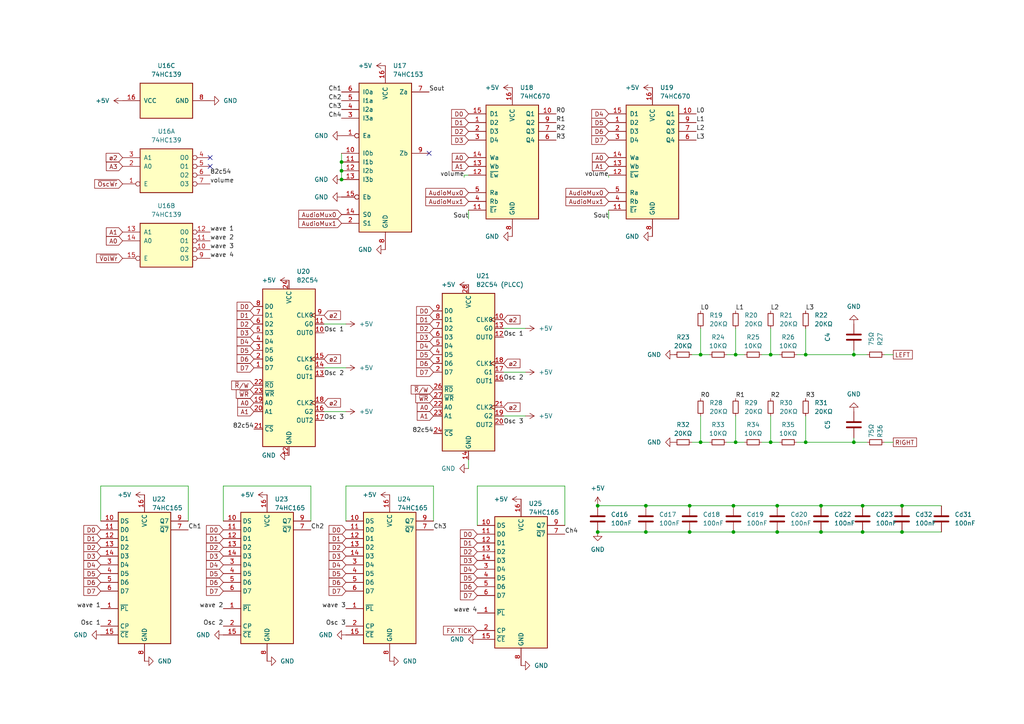
<source format=kicad_sch>
(kicad_sch (version 20231120) (generator "eeschema") (generator_version "8.0")
  (paper "A4")
  (title_block (title "Audio"))
  (lib_symbols
    (symbol "74xx:74HC165"
      (property "Reference" "U" (at -7.62 19.05 0))
      (property "Value" "74HC165" (at -7.62 -21.59 0))
      (symbol "74HC165_1_0"
        (pin input line (at -12.7 -10.16 0) (length 5.08) (name "~{PL}") (number "1"))
        (pin input line (at -12.7 15.24 0) (length 5.08) (name "DS") (number "10"))
        (pin input line (at -12.7 12.7 0) (length 5.08) (name "D0") (number "11"))
        (pin input line (at -12.7 10.16 0) (length 5.08) (name "D1") (number "12"))
        (pin input line (at -12.7 7.62 0) (length 5.08) (name "D2") (number "13"))
        (pin input line (at -12.7 5.08 0) (length 5.08) (name "D3") (number "14"))
        (pin input line (at -12.7 -17.78 0) (length 5.08) (name "~{CE}") (number "15"))
        (pin power_in line (at 0 22.86 270) (length 5.08) (name "VCC") (number "16"))
        (pin input line (at -12.7 -15.24 0) (length 5.08) (name "CP") (number "2"))
        (pin input line (at -12.7 2.54 0) (length 5.08) (name "D4") (number "3"))
        (pin input line (at -12.7 0 0) (length 5.08) (name "D5") (number "4"))
        (pin input line (at -12.7 -2.54 0) (length 5.08) (name "D6") (number "5"))
        (pin input line (at -12.7 -5.08 0) (length 5.08) (name "D7") (number "6"))
        (pin output line (at 12.7 12.7 180) (length 5.08) (name "~{Q7}") (number "7"))
        (pin power_in line (at 0 -25.4 90) (length 5.08) (name "GND") (number "8"))
        (pin output line (at 12.7 15.24 180) (length 5.08) (name "Q7") (number "9"))
      )
      (symbol "74HC165_1_1"
        (rectangle (start -7.62 17.78) (end 7.62 -20.32) (stroke (width 0.254)) (fill (type background)))
      )
    )
    (symbol "74xx:74LS139" (pin_names (offset 1.016))
      (property "Reference" "U" (at -7.62 8.89 0))
      (property "Value" "74LS139" (at -7.62 -8.89 0))
      (symbol "74LS139_1_0"
        (pin input inverted (at -12.7 -5.08 0) (length 5.08) (name "E") (number "1"))
        (pin input line (at -12.7 0 0) (length 5.08) (name "A0") (number "2"))
        (pin input line (at -12.7 2.54 0) (length 5.08) (name "A1") (number "3"))
        (pin output inverted (at 12.7 2.54 180) (length 5.08) (name "O0") (number "4"))
        (pin output inverted (at 12.7 0 180) (length 5.08) (name "O1") (number "5"))
        (pin output inverted (at 12.7 -2.54 180) (length 5.08) (name "O2") (number "6"))
        (pin output inverted (at 12.7 -5.08 180) (length 5.08) (name "O3") (number "7"))
      )
      (symbol "74LS139_1_1"
        (rectangle (start -7.62 5.08) (end 7.62 -7.62) (stroke (width 0.254)) (fill (type background)))
      )
      (symbol "74LS139_2_0"
        (pin output inverted (at 12.7 -2.54 180) (length 5.08) (name "O2") (number "10"))
        (pin output inverted (at 12.7 0 180) (length 5.08) (name "O1") (number "11"))
        (pin output inverted (at 12.7 2.54 180) (length 5.08) (name "O0") (number "12"))
        (pin input line (at -12.7 2.54 0) (length 5.08) (name "A1") (number "13"))
        (pin input line (at -12.7 0 0) (length 5.08) (name "A0") (number "14"))
        (pin input inverted (at -12.7 -5.08 0) (length 5.08) (name "E") (number "15"))
        (pin output inverted (at 12.7 -5.08 180) (length 5.08) (name "O3") (number "9"))
      )
      (symbol "74LS139_2_1"
        (rectangle (start -7.62 5.08) (end 7.62 -7.62) (stroke (width 0.254)) (fill (type background)))
      )
      (symbol "74LS139_3_0"
        (pin power_in line (at 0 12.7 270) (length 5.08) (name "VCC") (number "16"))
        (pin power_in line (at 0 -12.7 90) (length 5.08) (name "GND") (number "8"))
      )
      (symbol "74LS139_3_1"
        (rectangle (start -5.08 7.62) (end 5.08 -7.62) (stroke (width 0.254)) (fill (type background)))
      )
    )
    (symbol "74xx:74LS153" (pin_names (offset 1.016))
      (property "Reference" "U" (at -7.62 21.59 0))
      (property "Value" "74LS153" (at -7.62 -24.13 0))
      (symbol "74LS153_1_0"
        (pin input inverted (at -12.7 5.08 0) (length 5.08) (name "Ea") (number "1"))
        (pin input line (at -12.7 0 0) (length 5.08) (name "I0b") (number "10"))
        (pin input line (at -12.7 -2.54 0) (length 5.08) (name "I1b") (number "11"))
        (pin input line (at -12.7 -5.08 0) (length 5.08) (name "I2b") (number "12"))
        (pin input line (at -12.7 -7.62 0) (length 5.08) (name "I3b") (number "13"))
        (pin input line (at -12.7 -17.78 0) (length 5.08) (name "S0") (number "14"))
        (pin input inverted (at -12.7 -12.7 0) (length 5.08) (name "Eb") (number "15"))
        (pin power_in line (at 0 25.4 270) (length 5.08) (name "VCC") (number "16"))
        (pin input line (at -12.7 -20.32 0) (length 5.08) (name "S1") (number "2"))
        (pin input line (at -12.7 10.16 0) (length 5.08) (name "I3a") (number "3"))
        (pin input line (at -12.7 12.7 0) (length 5.08) (name "I2a") (number "4"))
        (pin input line (at -12.7 15.24 0) (length 5.08) (name "I1a") (number "5"))
        (pin input line (at -12.7 17.78 0) (length 5.08) (name "I0a") (number "6"))
        (pin output line (at 12.7 17.78 180) (length 5.08) (name "Za") (number "7"))
        (pin power_in line (at 0 -27.94 90) (length 5.08) (name "GND") (number "8"))
        (pin output line (at 12.7 0 180) (length 5.08) (name "Zb") (number "9"))
      )
      (symbol "74LS153_1_1"
        (rectangle (start -7.62 20.32) (end 7.62 -22.86) (stroke (width 0.254)) (fill (type background)))
      )
    )
    (symbol "74xx:74LS670" (pin_names (offset 1.016))
      (property "Reference" "U" (at -7.62 16.51 0))
      (property "Value" "74LS670" (at -7.62 -19.05 0))
      (symbol "74LS670_1_0"
        (pin input line (at -12.7 10.16 0) (length 5.08) (name "D2") (number "1"))
        (pin tri_state line (at 12.7 12.7 180) (length 5.08) (name "Q1") (number "10"))
        (pin input line (at -12.7 -15.24 0) (length 5.08) (name "~{Er}") (number "11"))
        (pin input line (at -12.7 -5.08 0) (length 5.08) (name "~{Ew}") (number "12"))
        (pin input line (at -12.7 -2.54 0) (length 5.08) (name "Wb") (number "13"))
        (pin input line (at -12.7 0 0) (length 5.08) (name "Wa") (number "14"))
        (pin input line (at -12.7 12.7 0) (length 5.08) (name "D1") (number "15"))
        (pin power_in line (at 0 20.32 270) (length 5.08) (name "VCC") (number "16"))
        (pin input line (at -12.7 7.62 0) (length 5.08) (name "D3") (number "2"))
        (pin input line (at -12.7 5.08 0) (length 5.08) (name "D4") (number "3"))
        (pin input line (at -12.7 -12.7 0) (length 5.08) (name "Rb") (number "4"))
        (pin input line (at -12.7 -10.16 0) (length 5.08) (name "Ra") (number "5"))
        (pin tri_state line (at 12.7 5.08 180) (length 5.08) (name "Q4") (number "6"))
        (pin tri_state line (at 12.7 7.62 180) (length 5.08) (name "Q3") (number "7"))
        (pin power_in line (at 0 -22.86 90) (length 5.08) (name "GND") (number "8"))
        (pin tri_state line (at 12.7 10.16 180) (length 5.08) (name "Q2") (number "9"))
      )
      (symbol "74LS670_1_1"
        (rectangle (start -7.62 15.24) (end 7.62 -17.78) (stroke (width 0.254)) (fill (type background)))
      )
    )
    (symbol "Device:C" (pin_numbers hide) (pin_names (offset 0.254))
      (property "Reference" "C" (at 0.635 2.54 0))
      (property "Value" "C" (at 0.635 -2.54 0))
      (symbol "C_0_1"
        (polyline (pts (xy -2.032 -0.762) (xy 2.032 -0.762)) (stroke (width 0.508)))
        (polyline (pts (xy -2.032 0.762) (xy 2.032 0.762)) (stroke (width 0.508)))
      )
      (symbol "C_1_1"
        (pin passive line (at 0 3.81 270) (length 2.794) (name "~") (number "1"))
        (pin passive line (at 0 -3.81 90) (length 2.794) (name "~") (number "2"))
      )
    )
    (symbol "Device:R_Small" (pin_numbers hide) (pin_names (offset 0.254) hide)
      (property "Reference" "R" (at 0.762 0.508 0))
      (property "Value" "R_Small" (at 0.762 -1.016 0))
      (symbol "R_Small_0_1"
        (rectangle (start -0.762 1.778) (end 0.762 -1.778) (stroke (width 0.2032)))
      )
      (symbol "R_Small_1_1"
        (pin passive line (at 0 2.54 270) (length 0.762) (name "~") (number "1"))
        (pin passive line (at 0 -2.54 90) (length 0.762) (name "~") (number "2"))
      )
    )
    (symbol "Timer:82C54"
      (property "Reference" "U" (at -5.08 24.13 0))
      (property "Value" "82C54" (at 2.54 24.13 0))
      (symbol "82C54_0_1"
        (rectangle (start -7.62 -22.86) (end 7.62 22.86) (stroke (width 0.254)) (fill (type background)))
      )
      (symbol "82C54_1_1"
        (pin bidirectional line (at -10.16 0 0) (length 2.54) (name "D7") (number "1"))
        (pin output line (at 10.16 10.16 180) (length 2.54) (name "OUT0") (number "10"))
        (pin input line (at 10.16 12.7 180) (length 2.54) (name "G0") (number "11"))
        (pin power_in line (at 0 -25.4 90) (length 2.54) (name "GND") (number "12"))
        (pin output line (at 10.16 -2.54 180) (length 2.54) (name "OUT1") (number "13"))
        (pin input line (at 10.16 0 180) (length 2.54) (name "G1") (number "14"))
        (pin input clock (at 10.16 2.54 180) (length 2.54) (name "CLK1") (number "15"))
        (pin input line (at 10.16 -12.7 180) (length 2.54) (name "G2") (number "16"))
        (pin output line (at 10.16 -15.24 180) (length 2.54) (name "OUT2") (number "17"))
        (pin input clock (at 10.16 -10.16 180) (length 2.54) (name "CLK2") (number "18"))
        (pin input line (at -10.16 -10.16 0) (length 2.54) (name "A0") (number "19"))
        (pin bidirectional line (at -10.16 2.54 0) (length 2.54) (name "D6") (number "2"))
        (pin input line (at -10.16 -12.7 0) (length 2.54) (name "A1") (number "20"))
        (pin input line (at -10.16 -17.78 0) (length 2.54) (name "~{CS}") (number "21"))
        (pin input line (at -10.16 -5.08 0) (length 2.54) (name "~{RD}") (number "22"))
        (pin input line (at -10.16 -7.62 0) (length 2.54) (name "~{WR}") (number "23"))
        (pin power_in line (at 0 25.4 270) (length 2.54) (name "VCC") (number "24"))
        (pin bidirectional line (at -10.16 5.08 0) (length 2.54) (name "D5") (number "3"))
        (pin bidirectional line (at -10.16 7.62 0) (length 2.54) (name "D4") (number "4"))
        (pin bidirectional line (at -10.16 10.16 0) (length 2.54) (name "D3") (number "5"))
        (pin bidirectional line (at -10.16 12.7 0) (length 2.54) (name "D2") (number "6"))
        (pin bidirectional line (at -10.16 15.24 0) (length 2.54) (name "D1") (number "7"))
        (pin bidirectional line (at -10.16 17.78 0) (length 2.54) (name "D0") (number "8"))
        (pin input clock (at 10.16 15.24 180) (length 2.54) (name "CLK0") (number "9"))
      )
    )
    (symbol "Timer:82C54_PLCC"
      (property "Reference" "U" (at -3.81 24.13 0))
      (property "Value" "82C54_PLCC" (at 2.54 24.13 0))
      (symbol "82C54_PLCC_0_1"
        (rectangle (start -7.62 -22.86) (end 7.62 22.86) (stroke (width 0.254)) (fill (type background)))
      )
      (symbol "82C54_PLCC_1_1"
        (pin no_connect line (at -5.08 -22.86 90) (length 2.54) hide (name "NC") (number "1"))
        (pin input clock (at 10.16 15.24 180) (length 2.54) (name "CLK0") (number "10"))
        (pin no_connect line (at -2.54 -22.86 90) (length 2.54) hide (name "NC") (number "11"))
        (pin output line (at 10.16 10.16 180) (length 2.54) (name "OUT0") (number "12"))
        (pin input line (at 10.16 12.7 180) (length 2.54) (name "G0") (number "13"))
        (pin power_in line (at 0 -25.4 90) (length 2.54) (name "GND") (number "14"))
        (pin no_connect line (at 2.54 -22.86 90) (length 2.54) hide (name "NC") (number "15"))
        (pin output line (at 10.16 -2.54 180) (length 2.54) (name "OUT1") (number "16"))
        (pin input line (at 10.16 0 180) (length 2.54) (name "G1") (number "17"))
        (pin input clock (at 10.16 2.54 180) (length 2.54) (name "CLK1") (number "18"))
        (pin input line (at 10.16 -12.7 180) (length 2.54) (name "G2") (number "19"))
        (pin bidirectional line (at -10.16 0 0) (length 2.54) (name "D7") (number "2"))
        (pin output line (at 10.16 -15.24 180) (length 2.54) (name "OUT2") (number "20"))
        (pin input clock (at 10.16 -10.16 180) (length 2.54) (name "CLK2") (number "21"))
        (pin input line (at -10.16 -10.16 0) (length 2.54) (name "A0") (number "22"))
        (pin input line (at -10.16 -12.7 0) (length 2.54) (name "A1") (number "23"))
        (pin input line (at -10.16 -17.78 0) (length 2.54) (name "~{CS}") (number "24"))
        (pin no_connect line (at 5.08 -22.86 90) (length 2.54) hide (name "NC") (number "25"))
        (pin input line (at -10.16 -5.08 0) (length 2.54) (name "~{RD}") (number "26"))
        (pin input line (at -10.16 -7.62 0) (length 2.54) (name "~{WR}") (number "27"))
        (pin power_in line (at 0 25.4 270) (length 2.54) (name "VCC") (number "28"))
        (pin bidirectional line (at -10.16 2.54 0) (length 2.54) (name "D6") (number "3"))
        (pin bidirectional line (at -10.16 5.08 0) (length 2.54) (name "D5") (number "4"))
        (pin bidirectional line (at -10.16 7.62 0) (length 2.54) (name "D4") (number "5"))
        (pin bidirectional line (at -10.16 10.16 0) (length 2.54) (name "D3") (number "6"))
        (pin bidirectional line (at -10.16 12.7 0) (length 2.54) (name "D2") (number "7"))
        (pin bidirectional line (at -10.16 15.24 0) (length 2.54) (name "D1") (number "8"))
        (pin bidirectional line (at -10.16 17.78 0) (length 2.54) (name "D0") (number "9"))
      )
    )
    (symbol "power:+5V" (power) (pin_names (offset 0))
      (property "Value" "+5V" (at 0 3.556 0))
      (symbol "+5V_0_1"
        (polyline (pts (xy -0.762 1.27) (xy 0 2.54)))
        (polyline (pts (xy 0 0) (xy 0 2.54)))
        (polyline (pts (xy 0 2.54) (xy 0.762 1.27)))
      )
      (symbol "+5V_1_1"
        (pin power_in line (at 0 0 90) (length 0) hide (name "+5V") (number "1"))
      )
    )
    (symbol "power:GND" (power) (pin_names (offset 0))
      (property "Value" "GND" (at 0 -3.81 0))
      (symbol "GND_0_1"
        (polyline (pts (xy 0 0) (xy 0 -1.27) (xy 1.27 -1.27) (xy 0 -2.54) (xy -1.27 -1.27) (xy 0 -1.27)))
      )
      (symbol "GND_1_1"
        (pin power_in line (at 0 0 270) (length 0) hide (name "GND") (number "1"))
      )
    )
  )
  (junction (at 250.19 154.305))
  (junction (at 225.425 154.305))
  (junction (at 233.68 128.27))
  (junction (at 225.425 146.685))
  (junction (at 173.355 146.685))
  (junction (at 247.65 128.27))
  (junction (at 212.725 146.685))
  (junction (at 187.325 146.685))
  (junction (at 203.2 128.27))
  (junction (at 213.36 128.27))
  (junction (at 223.52 102.87))
  (junction (at 261.62 146.685))
  (junction (at 200.025 146.685))
  (junction (at 213.36 102.87))
  (junction (at 200.025 154.305))
  (junction (at 173.355 154.305))
  (junction (at 203.2 102.87))
  (junction (at 99.06 49.53))
  (junction (at 238.125 146.685))
  (junction (at 247.65 102.87))
  (junction (at 99.06 52.07))
  (junction (at 223.52 128.27))
  (junction (at 99.06 46.99))
  (junction (at 250.19 146.685))
  (junction (at 238.125 154.305))
  (junction (at 233.68 102.87))
  (junction (at 187.325 154.305))
  (junction (at 212.725 154.305))
  (junction (at 261.62 154.305))
  (no_connect (at 60.96 48.26))
  (no_connect (at 124.46 44.45))
  (no_connect (at 60.96 45.72))
  (wire (pts (xy 220.98 102.87) (xy 223.52 102.87)))
  (wire (pts (xy 152.4 95.25) (xy 146.05 95.25)))
  (wire (pts (xy 203.2 120.65) (xy 203.2 128.27)))
  (wire (pts (xy 173.355 146.685) (xy 187.325 146.685)))
  (wire (pts (xy 100.33 140.97) (xy 100.33 151.13)))
  (wire (pts (xy 233.68 102.87) (xy 247.65 102.87)))
  (wire (pts (xy 238.125 146.685) (xy 250.19 146.685)))
  (wire (pts (xy 200.66 102.87) (xy 203.2 102.87)))
  (wire (pts (xy 247.65 128.27) (xy 247.65 127)))
  (wire (pts (xy 210.82 102.87) (xy 213.36 102.87)))
  (wire (pts (xy 231.14 128.27) (xy 233.68 128.27)))
  (wire (pts (xy 187.325 154.305) (xy 200.025 154.305)))
  (wire (pts (xy 256.54 128.27) (xy 259.08 128.27)))
  (wire (pts (xy 250.19 154.305) (xy 261.62 154.305)))
  (wire (pts (xy 238.125 154.305) (xy 250.19 154.305)))
  (wire (pts (xy 251.46 128.27) (xy 247.65 128.27)))
  (wire (pts (xy 176.53 51.435) (xy 176.53 50.8)))
  (wire (pts (xy 251.46 102.87) (xy 247.65 102.87)))
  (wire (pts (xy 100.33 93.98) (xy 93.98 93.98)))
  (wire (pts (xy 135.89 63.5) (xy 135.89 60.96)))
  (wire (pts (xy 29.21 140.97) (xy 29.21 151.13)))
  (wire (pts (xy 134.62 50.8) (xy 135.89 50.8)))
  (wire (pts (xy 247.65 102.87) (xy 247.65 101.6)))
  (wire (pts (xy 213.36 128.27) (xy 215.9 128.27)))
  (wire (pts (xy 187.325 146.685) (xy 200.025 146.685)))
  (wire (pts (xy 200.025 146.685) (xy 212.725 146.685)))
  (wire (pts (xy 173.355 154.305) (xy 187.325 154.305)))
  (wire (pts (xy 64.77 140.97) (xy 64.77 151.13)))
  (wire (pts (xy 200.025 154.305) (xy 212.725 154.305)))
  (wire (pts (xy 212.725 154.305) (xy 225.425 154.305)))
  (wire (pts (xy 90.17 151.13) (xy 90.17 140.97)))
  (wire (pts (xy 210.82 128.27) (xy 213.36 128.27)))
  (wire (pts (xy 176.53 63.5) (xy 176.53 60.96)))
  (wire (pts (xy 99.06 44.45) (xy 99.06 46.99)))
  (wire (pts (xy 233.68 128.27) (xy 247.65 128.27)))
  (wire (pts (xy 231.14 102.87) (xy 233.68 102.87)))
  (wire (pts (xy 223.52 95.25) (xy 223.52 102.87)))
  (wire (pts (xy 54.61 151.13) (xy 54.61 140.97)))
  (wire (pts (xy 135.89 135.89) (xy 135.89 133.35)))
  (wire (pts (xy 90.17 140.97) (xy 64.77 140.97)))
  (wire (pts (xy 203.2 102.87) (xy 205.74 102.87)))
  (wire (pts (xy 99.06 49.53) (xy 99.06 52.07)))
  (wire (pts (xy 225.425 154.305) (xy 238.125 154.305)))
  (wire (pts (xy 100.33 106.68) (xy 93.98 106.68)))
  (wire (pts (xy 261.62 146.685) (xy 273.05 146.685)))
  (wire (pts (xy 213.36 120.65) (xy 213.36 128.27)))
  (wire (pts (xy 203.2 95.25) (xy 203.2 102.87)))
  (wire (pts (xy 220.98 128.27) (xy 223.52 128.27)))
  (wire (pts (xy 138.43 140.97) (xy 138.43 152.4)))
  (wire (pts (xy 223.52 102.87) (xy 226.06 102.87)))
  (wire (pts (xy 223.52 128.27) (xy 226.06 128.27)))
  (wire (pts (xy 134.62 51.435) (xy 134.62 50.8)))
  (wire (pts (xy 203.2 128.27) (xy 205.74 128.27)))
  (wire (pts (xy 125.73 151.13) (xy 125.73 140.97)))
  (wire (pts (xy 256.54 102.87) (xy 259.08 102.87)))
  (wire (pts (xy 250.19 146.685) (xy 261.62 146.685)))
  (wire (pts (xy 225.425 146.685) (xy 238.125 146.685)))
  (wire (pts (xy 163.83 152.4) (xy 163.83 140.97)))
  (wire (pts (xy 213.36 102.87) (xy 215.9 102.87)))
  (wire (pts (xy 163.83 140.97) (xy 138.43 140.97)))
  (wire (pts (xy 233.68 120.65) (xy 233.68 128.27)))
  (wire (pts (xy 200.66 128.27) (xy 203.2 128.27)))
  (wire (pts (xy 100.33 119.38) (xy 93.98 119.38)))
  (wire (pts (xy 233.68 95.25) (xy 233.68 102.87)))
  (wire (pts (xy 213.36 95.25) (xy 213.36 102.87)))
  (wire (pts (xy 223.52 120.65) (xy 223.52 128.27)))
  (wire (pts (xy 261.62 154.305) (xy 273.05 154.305)))
  (wire (pts (xy 212.725 146.685) (xy 225.425 146.685)))
  (wire (pts (xy 152.4 120.65) (xy 146.05 120.65)))
  (wire (pts (xy 99.06 46.99) (xy 99.06 49.53)))
  (wire (pts (xy 54.61 140.97) (xy 29.21 140.97)))
  (wire (pts (xy 125.73 140.97) (xy 100.33 140.97)))
  (wire (pts (xy 152.4 107.95) (xy 146.05 107.95)))
  (label "Osc 2" (at 93.98 109.22 0))
  (label "R2" (at 161.29 38.1 0))
  (label "Sout" (at 135.89 63.5 180))
  (label "Osc 3" (at 93.98 121.92 0))
  (label "L3" (at 233.68 90.17 0))
  (label "Osc 1" (at 29.21 181.61 180))
  (label "Ch1" (at 99.06 26.67 180))
  (label "Ch4" (at 163.83 154.94 0))
  (label "Sout" (at 176.53 63.5 180))
  (label "R3" (at 233.68 115.57 0))
  (label "Osc 2" (at 146.05 110.49 0))
  (label "wave 1" (at 60.96 67.31 0))
  (label "Sout" (at 124.46 26.67 0))
  (label "Osc 2" (at 64.77 181.61 180))
  (label "L3" (at 201.93 40.64 0))
  (label "wave 1" (at 29.21 176.53 180))
  (label "wave 3" (at 60.96 72.39 0))
  (label "wave 2" (at 60.96 69.85 0))
  (label "wave 3" (at 100.33 176.53 180))
  (label "R3" (at 161.29 40.64 0))
  (label "L2" (at 201.93 38.1 0))
  (label "wave 4" (at 60.96 74.93 0))
  (label "82c54" (at 73.66 124.46 180))
  (label "Osc 1" (at 93.98 96.52 0))
  (label "Ch2" (at 99.06 29.21 180))
  (label "Osc 1" (at 146.05 97.79 0))
  (label "Ch2" (at 90.17 153.67 0))
  (label "L1" (at 213.36 90.17 0))
  (label "R1" (at 213.36 115.57 0))
  (label "volume" (at 60.96 53.34 0))
  (label "R1" (at 161.29 35.56 0))
  (label "R0" (at 203.2 115.57 0))
  (label "R0" (at 161.29 33.02 0))
  (label "Ch4" (at 99.06 34.29 180))
  (label "wave 4" (at 138.43 177.8 180))
  (label "wave 2" (at 64.77 176.53 180))
  (label "Ch3" (at 125.73 153.67 0))
  (label "Ch3" (at 99.06 31.75 180))
  (label "volume" (at 176.53 51.435 180))
  (label "Osc 3" (at 100.33 181.61 180))
  (label "Ch1" (at 54.61 153.67 0))
  (label "Osc 3" (at 146.05 123.19 0))
  (label "L2" (at 223.52 90.17 0))
  (label "L0" (at 201.93 33.02 0))
  (label "L1" (at 201.93 35.56 0))
  (label "L0" (at 203.2 90.17 0))
  (label "R2" (at 223.52 115.57 0))
  (label "82c54" (at 60.96 50.8 0))
  (label "82c54" (at 125.73 125.73 180))
  (label "volume" (at 134.62 51.435 180))
  (global_label "D3" (shape input) (at 64.77 161.29 180) (property "Intersheetrefs" "${INTERSHEET_REFS}" (effects (hide yes))))
  (global_label "D4" (shape input) (at 125.73 100.33 180) (property "Intersheetrefs" "${INTERSHEET_REFS}" (effects (hide yes))))
  (global_label "ø2" (shape input) (at 146.05 105.41 0) (property "Intersheetrefs" "${INTERSHEET_REFS}" (effects (hide yes))))
  (global_label "A0" (shape input) (at 125.73 118.11 180) (property "Intersheetrefs" "${INTERSHEET_REFS}" (effects (hide yes))))
  (global_label "D7" (shape input) (at 29.21 171.45 180) (property "Intersheetrefs" "${INTERSHEET_REFS}" (effects (hide yes))))
  (global_label "D6" (shape input) (at 125.73 105.41 180) (property "Intersheetrefs" "${INTERSHEET_REFS}" (effects (hide yes))))
  (global_label "D4" (shape input) (at 138.43 165.1 180) (property "Intersheetrefs" "${INTERSHEET_REFS}" (effects (hide yes))))
  (global_label "D3" (shape input) (at 125.73 97.79 180) (property "Intersheetrefs" "${INTERSHEET_REFS}" (effects (hide yes))))
  (global_label "D4" (shape input) (at 29.21 163.83 180) (property "Intersheetrefs" "${INTERSHEET_REFS}" (effects (hide yes))))
  (global_label "D0" (shape input) (at 135.89 33.02 180) (property "Intersheetrefs" "${INTERSHEET_REFS}" (effects (hide yes))))
  (global_label "LEFT" (shape passive) (at 259.08 102.87 0) (property "Intersheetrefs" "${INTERSHEET_REFS}" (effects (hide yes))))
  (global_label "A3" (shape input) (at 35.56 48.26 180) (property "Intersheetrefs" "${INTERSHEET_REFS}" (effects (hide yes))))
  (global_label "D5" (shape input) (at 100.33 166.37 180) (property "Intersheetrefs" "${INTERSHEET_REFS}" (effects (hide yes))))
  (global_label "D7" (shape input) (at 64.77 171.45 180) (property "Intersheetrefs" "${INTERSHEET_REFS}" (effects (hide yes))))
  (global_label "AudioMux0" (shape input) (at 176.53 55.88 180) (property "Intersheetrefs" "${INTERSHEET_REFS}" (effects (hide yes))))
  (global_label "~{VolWr}" (shape input) (at 35.56 74.93 180) (property "Intersheetrefs" "${INTERSHEET_REFS}" (effects (hide yes))))
  (global_label "D1" (shape input) (at 135.89 35.56 180) (property "Intersheetrefs" "${INTERSHEET_REFS}" (effects (hide yes))))
  (global_label "ø2" (shape input) (at 93.98 116.84 0) (property "Intersheetrefs" "${INTERSHEET_REFS}" (effects (hide yes))))
  (global_label "D6" (shape input) (at 100.33 168.91 180) (property "Intersheetrefs" "${INTERSHEET_REFS}" (effects (hide yes))))
  (global_label "D2" (shape input) (at 29.21 158.75 180) (property "Intersheetrefs" "${INTERSHEET_REFS}" (effects (hide yes))))
  (global_label "A0" (shape input) (at 73.66 116.84 180) (property "Intersheetrefs" "${INTERSHEET_REFS}" (effects (hide yes))))
  (global_label "D7" (shape input) (at 176.53 40.64 180) (property "Intersheetrefs" "${INTERSHEET_REFS}" (effects (hide yes))))
  (global_label "D5" (shape input) (at 176.53 35.56 180) (property "Intersheetrefs" "${INTERSHEET_REFS}" (effects (hide yes))))
  (global_label "D3" (shape input) (at 73.66 96.52 180) (property "Intersheetrefs" "${INTERSHEET_REFS}" (effects (hide yes))))
  (global_label "A1" (shape input) (at 176.53 48.26 180) (property "Intersheetrefs" "${INTERSHEET_REFS}" (effects (hide yes))))
  (global_label "D1" (shape input) (at 73.66 91.44 180) (property "Intersheetrefs" "${INTERSHEET_REFS}" (effects (hide yes))))
  (global_label "D3" (shape input) (at 138.43 162.56 180) (property "Intersheetrefs" "${INTERSHEET_REFS}" (effects (hide yes))))
  (global_label "AudioMux0" (shape input) (at 99.06 62.23 180) (property "Intersheetrefs" "${INTERSHEET_REFS}" (effects (hide yes))))
  (global_label "A0" (shape input) (at 135.89 45.72 180) (property "Intersheetrefs" "${INTERSHEET_REFS}" (effects (hide yes))))
  (global_label "D7" (shape input) (at 138.43 172.72 180) (property "Intersheetrefs" "${INTERSHEET_REFS}" (effects (hide yes))))
  (global_label "D6" (shape input) (at 176.53 38.1 180) (property "Intersheetrefs" "${INTERSHEET_REFS}" (effects (hide yes))))
  (global_label "AudioMux1" (shape input) (at 135.89 58.42 180) (property "Intersheetrefs" "${INTERSHEET_REFS}" (effects (hide yes))))
  (global_label "D4" (shape input) (at 176.53 33.02 180) (property "Intersheetrefs" "${INTERSHEET_REFS}" (effects (hide yes))))
  (global_label "D6" (shape input) (at 138.43 170.18 180) (property "Intersheetrefs" "${INTERSHEET_REFS}" (effects (hide yes))))
  (global_label "D0" (shape input) (at 29.21 153.67 180) (property "Intersheetrefs" "${INTERSHEET_REFS}" (effects (hide yes))))
  (global_label "D5" (shape input) (at 73.66 101.6 180) (property "Intersheetrefs" "${INTERSHEET_REFS}" (effects (hide yes))))
  (global_label "ø2" (shape input) (at 146.05 92.71 0) (property "Intersheetrefs" "${INTERSHEET_REFS}" (effects (hide yes))))
  (global_label "A1" (shape input) (at 125.73 120.65 180) (property "Intersheetrefs" "${INTERSHEET_REFS}" (effects (hide yes))))
  (global_label "D1" (shape input) (at 29.21 156.21 180) (property "Intersheetrefs" "${INTERSHEET_REFS}" (effects (hide yes))))
  (global_label "D2" (shape input) (at 125.73 95.25 180) (property "Intersheetrefs" "${INTERSHEET_REFS}" (effects (hide yes))))
  (global_label "A1" (shape input) (at 35.56 67.31 180) (property "Intersheetrefs" "${INTERSHEET_REFS}" (effects (hide yes))))
  (global_label "D2" (shape input) (at 64.77 158.75 180) (property "Intersheetrefs" "${INTERSHEET_REFS}" (effects (hide yes))))
  (global_label "D1" (shape input) (at 125.73 92.71 180) (property "Intersheetrefs" "${INTERSHEET_REFS}" (effects (hide yes))))
  (global_label "D6" (shape input) (at 64.77 168.91 180) (property "Intersheetrefs" "${INTERSHEET_REFS}" (effects (hide yes))))
  (global_label "D3" (shape input) (at 29.21 161.29 180) (property "Intersheetrefs" "${INTERSHEET_REFS}" (effects (hide yes))))
  (global_label "RIGHT" (shape passive) (at 259.08 128.27 0) (property "Intersheetrefs" "${INTERSHEET_REFS}" (effects (hide yes))))
  (global_label "D0" (shape input) (at 138.43 154.94 180) (property "Intersheetrefs" "${INTERSHEET_REFS}" (effects (hide yes))))
  (global_label "AudioMux1" (shape input) (at 176.53 58.42 180) (property "Intersheetrefs" "${INTERSHEET_REFS}" (effects (hide yes))))
  (global_label "D7" (shape input) (at 73.66 106.68 180) (property "Intersheetrefs" "${INTERSHEET_REFS}" (effects (hide yes))))
  (global_label "D2" (shape input) (at 138.43 160.02 180) (property "Intersheetrefs" "${INTERSHEET_REFS}" (effects (hide yes))))
  (global_label "D3" (shape input) (at 135.89 40.64 180) (property "Intersheetrefs" "${INTERSHEET_REFS}" (effects (hide yes))))
  (global_label "D0" (shape input) (at 64.77 153.67 180) (property "Intersheetrefs" "${INTERSHEET_REFS}" (effects (hide yes))))
  (global_label "D6" (shape input) (at 73.66 104.14 180) (property "Intersheetrefs" "${INTERSHEET_REFS}" (effects (hide yes))))
  (global_label "D4" (shape input) (at 100.33 163.83 180) (property "Intersheetrefs" "${INTERSHEET_REFS}" (effects (hide yes))))
  (global_label "A1" (shape input) (at 135.89 48.26 180) (property "Intersheetrefs" "${INTERSHEET_REFS}" (effects (hide yes))))
  (global_label "~{R}{slash}W" (shape input) (at 73.66 111.76 180) (property "Intersheetrefs" "${INTERSHEET_REFS}" (effects (hide yes))))
  (global_label "D0" (shape input) (at 125.73 90.17 180) (property "Intersheetrefs" "${INTERSHEET_REFS}" (effects (hide yes))))
  (global_label "AudioMux0" (shape input) (at 135.89 55.88 180) (property "Intersheetrefs" "${INTERSHEET_REFS}" (effects (hide yes))))
  (global_label "D2" (shape input) (at 135.89 38.1 180) (property "Intersheetrefs" "${INTERSHEET_REFS}" (effects (hide yes))))
  (global_label "D6" (shape input) (at 29.21 168.91 180) (property "Intersheetrefs" "${INTERSHEET_REFS}" (effects (hide yes))))
  (global_label "D1" (shape input) (at 100.33 156.21 180) (property "Intersheetrefs" "${INTERSHEET_REFS}" (effects (hide yes))))
  (global_label "D5" (shape input) (at 125.73 102.87 180) (property "Intersheetrefs" "${INTERSHEET_REFS}" (effects (hide yes))))
  (global_label "FX TICK" (shape input) (at 138.43 182.88 180) (property "Intersheetrefs" "${INTERSHEET_REFS}" (effects (hide yes))))
  (global_label "D4" (shape input) (at 73.66 99.06 180) (property "Intersheetrefs" "${INTERSHEET_REFS}" (effects (hide yes))))
  (global_label "D4" (shape input) (at 64.77 163.83 180) (property "Intersheetrefs" "${INTERSHEET_REFS}" (effects (hide yes))))
  (global_label "ø2" (shape input) (at 146.05 118.11 0) (property "Intersheetrefs" "${INTERSHEET_REFS}" (effects (hide yes))))
  (global_label "D2" (shape input) (at 100.33 158.75 180) (property "Intersheetrefs" "${INTERSHEET_REFS}" (effects (hide yes))))
  (global_label "D5" (shape input) (at 29.21 166.37 180) (property "Intersheetrefs" "${INTERSHEET_REFS}" (effects (hide yes))))
  (global_label "A0" (shape input) (at 176.53 45.72 180) (property "Intersheetrefs" "${INTERSHEET_REFS}" (effects (hide yes))))
  (global_label "D3" (shape input) (at 100.33 161.29 180) (property "Intersheetrefs" "${INTERSHEET_REFS}" (effects (hide yes))))
  (global_label "D7" (shape input) (at 100.33 171.45 180) (property "Intersheetrefs" "${INTERSHEET_REFS}" (effects (hide yes))))
  (global_label "D1" (shape input) (at 64.77 156.21 180) (property "Intersheetrefs" "${INTERSHEET_REFS}" (effects (hide yes))))
  (global_label "D0" (shape input) (at 100.33 153.67 180) (property "Intersheetrefs" "${INTERSHEET_REFS}" (effects (hide yes))))
  (global_label "~{R}{slash}W" (shape input) (at 125.73 113.03 180) (property "Intersheetrefs" "${INTERSHEET_REFS}" (effects (hide yes))))
  (global_label "ø2" (shape input) (at 93.98 91.44 0) (property "Intersheetrefs" "${INTERSHEET_REFS}" (effects (hide yes))))
  (global_label "D5" (shape input) (at 138.43 167.64 180) (property "Intersheetrefs" "${INTERSHEET_REFS}" (effects (hide yes))))
  (global_label "D0" (shape input) (at 73.66 88.9 180) (property "Intersheetrefs" "${INTERSHEET_REFS}" (effects (hide yes))))
  (global_label "AudioMux1" (shape input) (at 99.06 64.77 180) (property "Intersheetrefs" "${INTERSHEET_REFS}" (effects (hide yes))))
  (global_label "A1" (shape input) (at 73.66 119.38 180) (property "Intersheetrefs" "${INTERSHEET_REFS}" (effects (hide yes))))
  (global_label "D1" (shape input) (at 138.43 157.48 180) (property "Intersheetrefs" "${INTERSHEET_REFS}" (effects (hide yes))))
  (global_label "ø2" (shape input) (at 93.98 104.14 0) (property "Intersheetrefs" "${INTERSHEET_REFS}" (effects (hide yes))))
  (global_label "ø2" (shape input) (at 35.56 45.72 180) (property "Intersheetrefs" "${INTERSHEET_REFS}" (effects (hide yes))))
  (global_label "~{WR}" (shape input) (at 125.73 115.57 180) (property "Intersheetrefs" "${INTERSHEET_REFS}" (effects (hide yes))))
  (global_label "~{OscWr}" (shape input) (at 35.56 53.34 180) (property "Intersheetrefs" "${INTERSHEET_REFS}" (effects (hide yes))))
  (global_label "A0" (shape input) (at 35.56 69.85 180) (property "Intersheetrefs" "${INTERSHEET_REFS}" (effects (hide yes))))
  (global_label "D7" (shape input) (at 125.73 107.95 180) (property "Intersheetrefs" "${INTERSHEET_REFS}" (effects (hide yes))))
  (global_label "D2" (shape input) (at 73.66 93.98 180) (property "Intersheetrefs" "${INTERSHEET_REFS}" (effects (hide yes))))
  (global_label "~{WR}" (shape input) (at 73.66 114.3 180) (property "Intersheetrefs" "${INTERSHEET_REFS}" (effects (hide yes))))
  (global_label "D5" (shape input) (at 64.77 166.37 180) (property "Intersheetrefs" "${INTERSHEET_REFS}" (effects (hide yes))))
  (symbol (lib_id "Device:R_Small") (at 254 128.27 270) (mirror x) (unit 1)
    (property "Reference" "R36" (at 255.27 127 0) (effects (justify left)))
    (property "Value" "75Ω" (at 252.73 127 0) (effects (justify left)))
    (property "Footprint" "SMAL:RESISTOR VERT_WIDE" (effects (hide yes)))
  )
  (symbol (lib_id "power:+5V") (at 35.56 29.21 90) (unit 1)
    (property "Reference" "#PWR076" (effects (hide yes)))
    (property "Value" "+5V" (at 31.75 29.21 90) (effects (justify left)))
  )
  (symbol (lib_id "74xx:74HC165") (at 41.91 166.37 0) (unit 1)
    (property "Reference" "U22" (at 44.1041 144.78 0) (effects (justify left)))
    (property "Value" "74HC165" (at 44.1041 147.32 0) (effects (justify left)))
    (property "Footprint" "Smal:DIP-16_W7.62mm_Socket_LongPads_TWEAK" (effects (hide yes)))
    (property "Datasheet" "https://assets.nexperia.com/documents/data-sheet/74HC_HCT165.pdf" (effects (hide yes)))
  )
  (symbol (lib_id "power:+5V") (at 111.76 19.05 90) (unit 1)
    (property "Reference" "#PWR073" (effects (hide yes)))
    (property "Value" "+5V" (at 107.95 19.05 90) (effects (justify left)))
  )
  (symbol (lib_id "power:GND") (at 138.43 185.42 270) (unit 1)
    (property "Reference" "#PWR0107" (effects (hide yes)))
    (property "Value" "GND" (at 134.62 185.42 90) (effects (justify right)))
  )
  (symbol (lib_id "Device:R_Small") (at 198.12 102.87 90) (unit 1)
    (property "Reference" "R23" (at 198.12 97.79 90))
    (property "Value" "20KΩ" (at 198.12 100.33 90))
    (property "Footprint" "SMAL:RESISTOR VERT_WIDE" (effects (hide yes)))
  )
  (symbol (lib_id "power:+5V") (at 41.91 143.51 90) (unit 1)
    (property "Reference" "#PWR098" (effects (hide yes)))
    (property "Value" "+5V" (at 38.1 143.51 90) (effects (justify left)))
  )
  (symbol (lib_id "Device:R_Small") (at 203.2 92.71 180) (unit 1)
    (property "Reference" "R19" (at 205.74 91.44 0) (effects (justify right)))
    (property "Value" "20KΩ" (at 205.74 93.98 0) (effects (justify right)))
    (property "Footprint" "SMAL:RESISTOR VERT_WIDE" (effects (hide yes)))
  )
  (symbol (lib_id "power:GND") (at 113.03 191.77 90) (unit 1)
    (property "Reference" "#PWR0110" (effects (hide yes)))
    (property "Value" "GND" (at 116.84 191.77 90) (effects (justify right)))
  )
  (symbol (lib_id "power:GND") (at 99.06 52.07 270) (unit 1)
    (property "Reference" "#PWR079" (effects (hide yes)))
    (property "Value" "GND" (at 95.25 52.07 90) (effects (justify right)))
  )
  (symbol (lib_id "power:GND") (at 247.65 93.98 180) (unit 1)
    (property "Reference" "#PWR087" (effects (hide yes)))
    (property "Value" "GND" (at 247.65 88.9 0))
  )
  (symbol (lib_id "Timer:82C54_PLCC") (at 135.89 107.95 0) (unit 1)
    (property "Reference" "U21" (at 138.0841 80.01 0) (effects (justify left)))
    (property "Value" "82C54 (PLCC)" (at 138.0841 82.55 0) (effects (justify left)))
    (property "Footprint" "Smal:PLCC-28_THT-Socket_TWEAK" (effects (hide yes)))
    (property "Datasheet" "http://download.intel.com/design/archives/periphrl/docs/23124406.pdf" (effects (hide yes)))
  )
  (symbol (lib_id "power:GND") (at 29.21 184.15 270) (unit 1)
    (property "Reference" "#PWR0104" (effects (hide yes)))
    (property "Value" "GND" (at 25.4 184.15 90) (effects (justify right)))
  )
  (symbol (lib_id "74xx:74LS153") (at 111.76 44.45 0) (unit 1)
    (property "Reference" "U17" (at 113.9541 19.05 0) (effects (justify left)))
    (property "Value" "74HC153" (at 113.9541 21.59 0) (effects (justify left)))
    (property "Footprint" "Smal:DIP-16_W7.62mm_Socket_LongPads_TWEAK" (effects (hide yes)))
    (property "Datasheet" "http://www.ti.com/lit/gpn/sn74LS153" (effects (hide yes)))
  )
  (symbol (lib_id "power:GND") (at 41.91 191.77 90) (unit 1)
    (property "Reference" "#PWR0108" (effects (hide yes)))
    (property "Value" "GND" (at 45.72 191.77 90) (effects (justify right)))
  )
  (symbol (lib_id "Device:R_Small") (at 213.36 92.71 180) (unit 1)
    (property "Reference" "R20" (at 215.9 91.44 0) (effects (justify right)))
    (property "Value" "20KΩ" (at 215.9 93.98 0) (effects (justify right)))
    (property "Footprint" "SMAL:RESISTOR VERT_WIDE" (effects (hide yes)))
  )
  (symbol (lib_id "power:GND") (at 100.33 184.15 270) (mirror x) (unit 1)
    (property "Reference" "#PWR0106" (effects (hide yes)))
    (property "Value" "GND" (at 96.52 184.15 90) (effects (justify right)))
  )
  (symbol (lib_id "power:+5V") (at 152.4 107.95 270) (unit 1)
    (property "Reference" "#PWR091" (effects (hide yes)))
    (property "Value" "+5V" (at 156.21 107.95 90) (effects (justify left)))
  )
  (symbol (lib_id "Device:C") (at 247.65 97.79 0) (unit 1)
    (property "Reference" "C4" (at 240.03 97.79 90))
    (property "Value" "100nF" (effects (hide yes)))
    (property "Footprint" "Capacitor_THT:C_Disc_D3.0mm_W1.6mm_P2.50mm" (effects (hide yes)))
  )
  (symbol (lib_id "power:GND") (at 148.59 68.58 270) (unit 1)
    (property "Reference" "#PWR081" (effects (hide yes)))
    (property "Value" "GND" (at 144.78 68.58 90) (effects (justify right)))
  )
  (symbol (lib_id "Device:C") (at 261.62 150.495 0) (unit 1)
    (property "Reference" "Cd32" (at 265.43 149.225 0) (effects (justify left)))
    (property "Value" "100nF" (at 265.43 151.765 0) (effects (justify left)))
    (property "Footprint" "Capacitor_THT:C_Disc_D3.0mm_W1.6mm_P2.50mm" (effects (hide yes)))
  )
  (symbol (lib_id "power:GND") (at 77.47 191.77 90) (unit 1)
    (property "Reference" "#PWR0109" (effects (hide yes)))
    (property "Value" "GND" (at 81.28 191.77 90) (effects (justify right)))
  )
  (symbol (lib_id "74xx:74LS670") (at 148.59 45.72 0) (unit 1)
    (property "Reference" "U18" (at 150.7841 25.4 0) (effects (justify left)))
    (property "Value" "74HC670" (at 150.7841 27.94 0) (effects (justify left)))
    (property "Footprint" "Smal:DIP-16_W7.62mm_Socket_LongPads_TWEAK" (effects (hide yes)))
    (property "Datasheet" "http://www.ti.com/lit/gpn/sn74LS670" (effects (hide yes)))
  )
  (symbol (lib_id "74xx:74LS139") (at 48.26 29.21 90) (unit 3)
    (property "Reference" "U16" (at 48.26 19.05 90))
    (property "Value" "74HC139" (at 48.26 21.59 90))
    (property "Footprint" "Smal:DIP-16_W7.62mm_Socket_LongPads_TWEAK" (effects (hide yes)))
    (property "Datasheet" "http://www.ti.com/lit/ds/symlink/sn74ls139a.pdf" (effects (hide yes)))
  )
  (symbol (lib_id "power:+5V") (at 152.4 120.65 270) (unit 1)
    (property "Reference" "#PWR094" (effects (hide yes)))
    (property "Value" "+5V" (at 156.21 120.65 90) (effects (justify left)))
  )
  (symbol (lib_id "Device:R_Small") (at 218.44 102.87 90) (unit 1)
    (property "Reference" "R25" (at 218.44 97.79 90))
    (property "Value" "10KΩ" (at 218.44 100.33 90))
    (property "Footprint" "SMAL:RESISTOR VERT_WIDE" (effects (hide yes)))
  )
  (symbol (lib_id "power:GND") (at 135.89 135.89 270) (unit 1)
    (property "Reference" "#PWR097" (effects (hide yes)))
    (property "Value" "GND" (at 132.08 135.89 90) (effects (justify right)))
  )
  (symbol (lib_id "power:+5V") (at 189.23 25.4 90) (unit 1)
    (property "Reference" "#PWR075" (effects (hide yes)))
    (property "Value" "+5V" (at 185.42 25.4 90) (effects (justify left)))
  )
  (symbol (lib_id "Device:R_Small") (at 203.2 118.11 180) (unit 1)
    (property "Reference" "R28" (at 205.74 116.84 0) (effects (justify right)))
    (property "Value" "20KΩ" (at 205.74 119.38 0) (effects (justify right)))
    (property "Footprint" "SMAL:RESISTOR VERT_WIDE" (effects (hide yes)))
  )
  (symbol (lib_id "power:GND") (at 83.82 132.08 270) (unit 1)
    (property "Reference" "#PWR096" (effects (hide yes)))
    (property "Value" "GND" (at 80.01 132.08 90) (effects (justify right)))
  )
  (symbol (lib_id "74xx:74LS670") (at 189.23 45.72 0) (unit 1)
    (property "Reference" "U19" (at 191.4241 25.4 0) (effects (justify left)))
    (property "Value" "74HC670" (at 191.4241 27.94 0) (effects (justify left)))
    (property "Footprint" "Smal:DIP-16_W7.62mm_Socket_LongPads_TWEAK" (effects (hide yes)))
    (property "Datasheet" "http://www.ti.com/lit/gpn/sn74LS670" (effects (hide yes)))
  )
  (symbol (lib_id "Device:C") (at 238.125 150.495 0) (unit 1)
    (property "Reference" "Cd22" (at 241.935 149.225 0) (effects (justify left)))
    (property "Value" "100nF" (at 241.935 151.765 0) (effects (justify left)))
    (property "Footprint" "Capacitor_THT:C_Disc_D3.0mm_W1.6mm_P2.50mm" (effects (hide yes)))
  )
  (symbol (lib_id "Device:R_Small") (at 223.52 118.11 180) (unit 1)
    (property "Reference" "R30" (at 226.06 116.84 0) (effects (justify right)))
    (property "Value" "20KΩ" (at 226.06 119.38 0) (effects (justify right)))
    (property "Footprint" "SMAL:RESISTOR VERT_WIDE" (effects (hide yes)))
  )
  (symbol (lib_id "Device:R_Small") (at 218.44 128.27 90) (unit 1)
    (property "Reference" "R34" (at 218.44 123.19 90))
    (property "Value" "10KΩ" (at 218.44 125.73 90))
    (property "Footprint" "SMAL:RESISTOR VERT_WIDE" (effects (hide yes)))
  )
  (symbol (lib_id "Device:C") (at 173.355 150.495 0) (unit 1)
    (property "Reference" "Cd16" (at 177.165 149.225 0) (effects (justify left)))
    (property "Value" "100nF" (at 177.165 151.765 0) (effects (justify left)))
    (property "Footprint" "Capacitor_THT:C_Disc_D3.0mm_W1.6mm_P2.50mm" (effects (hide yes)))
  )
  (symbol (lib_id "power:+5V") (at 83.82 81.28 90) (unit 1)
    (property "Reference" "#PWR084" (effects (hide yes)))
    (property "Value" "+5V" (at 80.01 81.28 90) (effects (justify left)))
  )
  (symbol (lib_id "Device:R_Small") (at 223.52 92.71 180) (unit 1)
    (property "Reference" "R21" (at 226.06 91.44 0) (effects (justify right)))
    (property "Value" "20KΩ" (at 226.06 93.98 0) (effects (justify right)))
    (property "Footprint" "SMAL:RESISTOR VERT_WIDE" (effects (hide yes)))
  )
  (symbol (lib_id "Device:R_Small") (at 233.68 118.11 180) (unit 1)
    (property "Reference" "R31" (at 236.22 116.84 0) (effects (justify right)))
    (property "Value" "20KΩ" (at 236.22 119.38 0) (effects (justify right)))
    (property "Footprint" "SMAL:RESISTOR VERT_WIDE" (effects (hide yes)))
  )
  (symbol (lib_id "Device:C") (at 187.325 150.495 0) (unit 1)
    (property "Reference" "Cd17" (at 191.135 149.225 0) (effects (justify left)))
    (property "Value" "100nF" (at 191.135 151.765 0) (effects (justify left)))
    (property "Footprint" "Capacitor_THT:C_Disc_D3.0mm_W1.6mm_P2.50mm" (effects (hide yes)))
  )
  (symbol (lib_id "Device:R_Small") (at 208.28 102.87 90) (unit 1)
    (property "Reference" "R24" (at 208.28 97.79 90))
    (property "Value" "10KΩ" (at 208.28 100.33 90))
    (property "Footprint" "SMAL:RESISTOR VERT_WIDE" (effects (hide yes)))
  )
  (symbol (lib_id "74xx:74HC165") (at 151.13 167.64 0) (unit 1)
    (property "Reference" "U25" (at 153.3241 146.05 0) (effects (justify left)))
    (property "Value" "74HC165" (at 153.3241 148.59 0) (effects (justify left)))
    (property "Footprint" "Smal:DIP-16_W7.62mm_Socket_LongPads_TWEAK" (effects (hide yes)))
    (property "Datasheet" "https://assets.nexperia.com/documents/data-sheet/74HC_HCT165.pdf" (effects (hide yes)))
  )
  (symbol (lib_id "Device:R_Small") (at 228.6 102.87 90) (unit 1)
    (property "Reference" "R26" (at 228.6 97.79 90))
    (property "Value" "10KΩ" (at 228.6 100.33 90))
    (property "Footprint" "SMAL:RESISTOR VERT_WIDE" (effects (hide yes)))
  )
  (symbol (lib_id "power:+5V") (at 100.33 93.98 270) (unit 1)
    (property "Reference" "#PWR086" (effects (hide yes)))
    (property "Value" "+5V" (at 104.14 93.98 90) (effects (justify left)))
  )
  (symbol (lib_id "power:GND") (at 60.96 29.21 90) (unit 1)
    (property "Reference" "#PWR077" (effects (hide yes)))
    (property "Value" "GND" (at 64.77 29.21 90) (effects (justify right)))
  )
  (symbol (lib_id "power:+5V") (at 113.03 143.51 90) (unit 1)
    (property "Reference" "#PWR0100" (effects (hide yes)))
    (property "Value" "+5V" (at 109.22 143.51 90) (effects (justify left)))
  )
  (symbol (lib_id "power:GND") (at 173.355 154.305 0) (unit 1)
    (property "Reference" "#PWR0103" (effects (hide yes)))
    (property "Value" "GND" (at 173.355 159.385 0))
  )
  (symbol (lib_id "Device:R_Small") (at 228.6 128.27 90) (unit 1)
    (property "Reference" "R35" (at 228.6 123.19 90))
    (property "Value" "10KΩ" (at 228.6 125.73 90))
    (property "Footprint" "SMAL:RESISTOR VERT_WIDE" (effects (hide yes)))
  )
  (symbol (lib_id "power:+5V") (at 173.355 146.685 0) (unit 1)
    (property "Reference" "#PWR0102" (effects (hide yes)))
    (property "Value" "+5V" (at 173.355 141.605 0))
  )
  (symbol (lib_id "Device:R_Small") (at 208.28 128.27 90) (unit 1)
    (property "Reference" "R33" (at 208.28 123.19 90))
    (property "Value" "10KΩ" (at 208.28 125.73 90))
    (property "Footprint" "SMAL:RESISTOR VERT_WIDE" (effects (hide yes)))
  )
  (symbol (lib_id "Timer:82C54") (at 83.82 106.68 0) (unit 1)
    (property "Reference" "U20" (at 86.0141 78.74 0) (effects (justify left)))
    (property "Value" "82C54" (at 86.0141 81.28 0) (effects (justify left)))
    (property "Footprint" "Smal:DIP-24_W15.24mm_Socket_TWEAK" (effects (hide yes)))
    (property "Datasheet" "http://download.intel.com/design/archives/periphrl/docs/23124406.pdf" (effects (hide yes)))
  )
  (symbol (lib_id "Device:R_Small") (at 233.68 92.71 180) (unit 1)
    (property "Reference" "R22" (at 236.22 91.44 0) (effects (justify right)))
    (property "Value" "20KΩ" (at 236.22 93.98 0) (effects (justify right)))
    (property "Footprint" "SMAL:RESISTOR VERT_WIDE" (effects (hide yes)))
  )
  (symbol (lib_id "power:GND") (at 64.77 184.15 270) (mirror x) (unit 1)
    (property "Reference" "#PWR0105" (effects (hide yes)))
    (property "Value" "GND" (at 60.96 184.15 90) (effects (justify right)))
  )
  (symbol (lib_id "Device:R_Small") (at 254 102.87 270) (mirror x) (unit 1)
    (property "Reference" "R27" (at 255.27 100.33 0) (effects (justify left)))
    (property "Value" "75Ω" (at 252.73 100.33 0) (effects (justify left)))
    (property "Footprint" "SMAL:RESISTOR VERT_WIDE" (effects (hide yes)))
  )
  (symbol (lib_id "power:GND") (at 195.58 102.87 270) (unit 1)
    (property "Reference" "#PWR089" (effects (hide yes)))
    (property "Value" "GND" (at 191.77 102.87 90) (effects (justify right)))
  )
  (symbol (lib_id "Device:C") (at 200.025 150.495 0) (unit 1)
    (property "Reference" "Cd18" (at 203.835 149.225 0) (effects (justify left)))
    (property "Value" "100nF" (at 203.835 151.765 0) (effects (justify left)))
    (property "Footprint" "Capacitor_THT:C_Disc_D3.0mm_W1.6mm_P2.50mm" (effects (hide yes)))
  )
  (symbol (lib_id "power:GND") (at 111.76 72.39 270) (unit 1)
    (property "Reference" "#PWR083" (effects (hide yes)))
    (property "Value" "GND" (at 107.95 72.39 90) (effects (justify right)))
  )
  (symbol (lib_id "power:+5V") (at 135.89 82.55 90) (unit 1)
    (property "Reference" "#PWR085" (effects (hide yes)))
    (property "Value" "+5V" (at 132.08 82.55 90) (effects (justify left)))
  )
  (symbol (lib_id "Device:C") (at 225.425 150.495 0) (unit 1)
    (property "Reference" "Cd20" (at 229.235 149.225 0) (effects (justify left)))
    (property "Value" "100nF" (at 229.235 151.765 0) (effects (justify left)))
    (property "Footprint" "Capacitor_THT:C_Disc_D3.0mm_W1.6mm_P2.50mm" (effects (hide yes)))
  )
  (symbol (lib_id "Device:C") (at 212.725 150.495 0) (unit 1)
    (property "Reference" "Cd19" (at 216.535 149.225 0) (effects (justify left)))
    (property "Value" "100nF" (at 216.535 151.765 0) (effects (justify left)))
    (property "Footprint" "Capacitor_THT:C_Disc_D3.0mm_W1.6mm_P2.50mm" (effects (hide yes)))
  )
  (symbol (lib_id "power:+5V") (at 100.33 119.38 270) (unit 1)
    (property "Reference" "#PWR092" (effects (hide yes)))
    (property "Value" "+5V" (at 104.14 119.38 90) (effects (justify left)))
  )
  (symbol (lib_id "power:+5V") (at 100.33 106.68 270) (unit 1)
    (property "Reference" "#PWR090" (effects (hide yes)))
    (property "Value" "+5V" (at 104.14 106.68 90) (effects (justify left)))
  )
  (symbol (lib_id "Device:C") (at 247.65 123.19 0) (unit 1)
    (property "Reference" "C5" (at 240.03 123.19 90))
    (property "Value" "100nF" (effects (hide yes)))
    (property "Footprint" "Capacitor_THT:C_Disc_D3.0mm_W1.6mm_P2.50mm" (effects (hide yes)))
  )
  (symbol (lib_id "power:+5V") (at 152.4 95.25 270) (unit 1)
    (property "Reference" "#PWR088" (effects (hide yes)))
    (property "Value" "+5V" (at 156.21 95.25 90) (effects (justify left)))
  )
  (symbol (lib_id "Device:C") (at 250.19 150.495 0) (unit 1)
    (property "Reference" "Cd23" (at 254 149.225 0) (effects (justify left)))
    (property "Value" "100nF" (at 254 151.765 0) (effects (justify left)))
    (property "Footprint" "Capacitor_THT:C_Disc_D3.0mm_W1.6mm_P2.50mm" (effects (hide yes)))
  )
  (symbol (lib_id "power:GND") (at 189.23 68.58 270) (unit 1)
    (property "Reference" "#PWR082" (effects (hide yes)))
    (property "Value" "GND" (at 185.42 68.58 90) (effects (justify right)))
  )
  (symbol (lib_id "Device:C") (at 273.05 150.495 0) (unit 1)
    (property "Reference" "Cd31" (at 276.86 149.225 0) (effects (justify left)))
    (property "Value" "100nF" (at 276.86 151.765 0) (effects (justify left)))
    (property "Footprint" "Capacitor_THT:C_Disc_D3.0mm_W1.6mm_P2.50mm" (effects (hide yes)))
  )
  (symbol (lib_id "power:+5V") (at 148.59 25.4 90) (unit 1)
    (property "Reference" "#PWR074" (effects (hide yes)))
    (property "Value" "+5V" (at 144.78 25.4 90) (effects (justify left)))
  )
  (symbol (lib_id "74xx:74HC165") (at 113.03 166.37 0) (unit 1)
    (property "Reference" "U24" (at 115.2241 144.78 0) (effects (justify left)))
    (property "Value" "74HC165" (at 115.2241 147.32 0) (effects (justify left)))
    (property "Footprint" "Smal:DIP-16_W7.62mm_Socket_LongPads_TWEAK" (effects (hide yes)))
    (property "Datasheet" "https://assets.nexperia.com/documents/data-sheet/74HC_HCT165.pdf" (effects (hide yes)))
  )
  (symbol (lib_id "power:GND") (at 151.13 193.04 90) (unit 1)
    (property "Reference" "#PWR0111" (effects (hide yes)))
    (property "Value" "GND" (at 154.94 193.04 90) (effects (justify right)))
  )
  (symbol (lib_id "power:GND") (at 99.06 57.15 270) (unit 1)
    (property "Reference" "#PWR080" (effects (hide yes)))
    (property "Value" "GND" (at 95.25 57.15 90) (effects (justify right)))
  )
  (symbol (lib_id "power:GND") (at 195.58 128.27 270) (unit 1)
    (property "Reference" "#PWR095" (effects (hide yes)))
    (property "Value" "GND" (at 191.77 128.27 90) (effects (justify right)))
  )
  (symbol (lib_id "power:GND") (at 99.06 39.37 270) (unit 1)
    (property "Reference" "#PWR078" (effects (hide yes)))
    (property "Value" "GND" (at 95.25 39.37 90) (effects (justify right)))
  )
  (symbol (lib_id "power:+5V") (at 151.13 144.78 90) (unit 1)
    (property "Reference" "#PWR0101" (effects (hide yes)))
    (property "Value" "+5V" (at 147.32 144.78 90) (effects (justify left)))
  )
  (symbol (lib_id "power:+5V") (at 77.47 143.51 90) (unit 1)
    (property "Reference" "#PWR099" (effects (hide yes)))
    (property "Value" "+5V" (at 73.66 143.51 90) (effects (justify left)))
  )
  (symbol (lib_id "Device:R_Small") (at 213.36 118.11 180) (unit 1)
    (property "Reference" "R29" (at 215.9 116.84 0) (effects (justify right)))
    (property "Value" "20KΩ" (at 215.9 119.38 0) (effects (justify right)))
    (property "Footprint" "SMAL:RESISTOR VERT_WIDE" (effects (hide yes)))
  )
  (symbol (lib_id "74xx:74LS139") (at 48.26 69.85 0) (unit 2)
    (property "Reference" "U16" (at 48.26 59.69 0))
    (property "Value" "74HC139" (at 48.26 62.23 0))
    (property "Footprint" "Smal:DIP-16_W7.62mm_Socket_LongPads_TWEAK" (effects (hide yes)))
    (property "Datasheet" "http://www.ti.com/lit/ds/symlink/sn74ls139a.pdf" (effects (hide yes)))
  )
  (symbol (lib_id "power:GND") (at 247.65 119.38 180) (unit 1)
    (property "Reference" "#PWR093" (effects (hide yes)))
    (property "Value" "GND" (at 247.65 114.3 0))
  )
  (symbol (lib_id "Device:R_Small") (at 198.12 128.27 90) (unit 1)
    (property "Reference" "R32" (at 198.12 123.19 90))
    (property "Value" "20KΩ" (at 198.12 125.73 90))
    (property "Footprint" "SMAL:RESISTOR VERT_WIDE" (effects (hide yes)))
  )
  (symbol (lib_id "74xx:74HC165") (at 77.47 166.37 0) (unit 1)
    (property "Reference" "U23" (at 79.6641 144.78 0) (effects (justify left)))
    (property "Value" "74HC165" (at 79.6641 147.32 0) (effects (justify left)))
    (property "Footprint" "Smal:DIP-16_W7.62mm_Socket_LongPads_TWEAK" (effects (hide yes)))
    (property "Datasheet" "https://assets.nexperia.com/documents/data-sheet/74HC_HCT165.pdf" (effects (hide yes)))
  )
  (symbol (lib_id "74xx:74LS139") (at 48.26 48.26 0) (unit 1)
    (property "Reference" "U16" (at 48.26 38.1 0))
    (property "Value" "74HC139" (at 48.26 40.64 0))
    (property "Footprint" "Smal:DIP-16_W7.62mm_Socket_LongPads_TWEAK" (effects (hide yes)))
    (property "Datasheet" "http://www.ti.com/lit/ds/symlink/sn74ls139a.pdf" (effects (hide yes)))
  )
)
</source>
